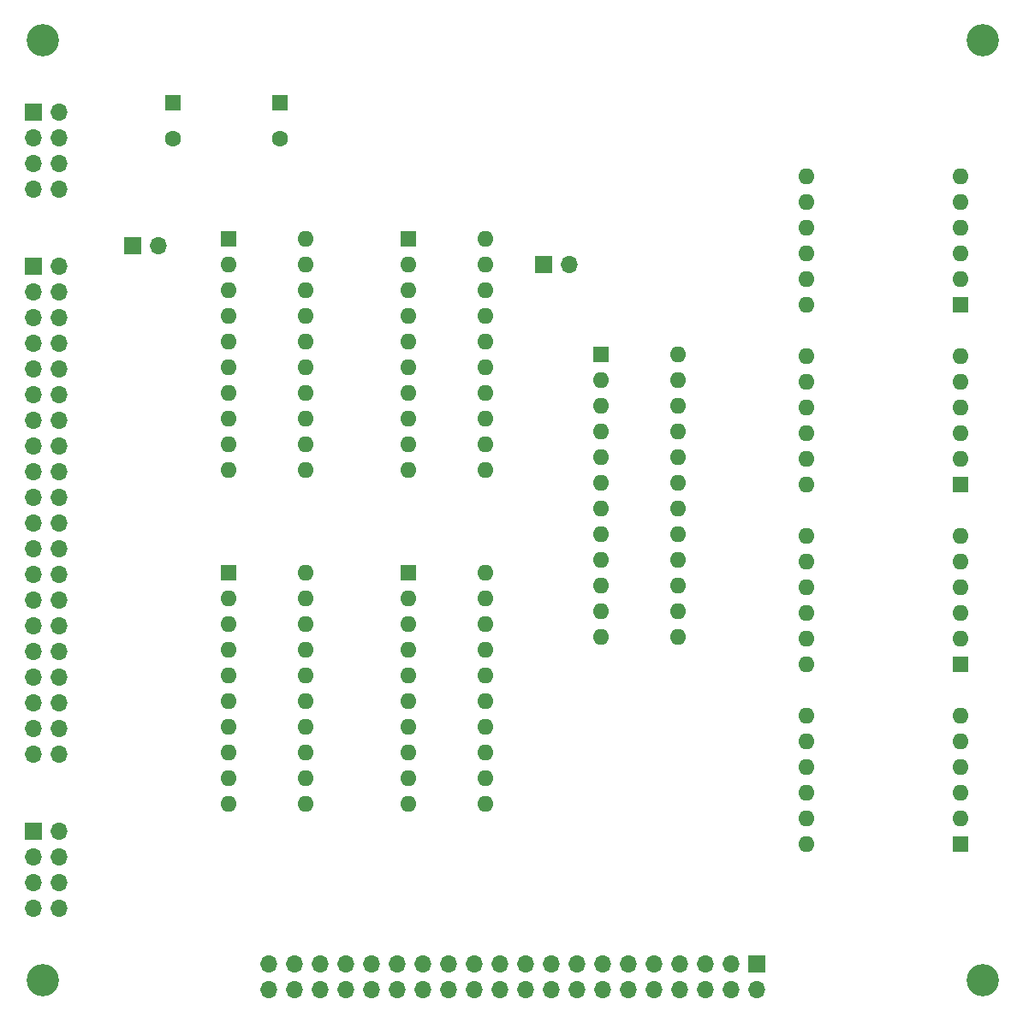
<source format=gbr>
%TF.GenerationSoftware,KiCad,Pcbnew,(5.1.9)-1*%
%TF.CreationDate,2021-06-06T15:03:33-04:00*%
%TF.ProjectId,main,6d61696e-2e6b-4696-9361-645f70636258,rev?*%
%TF.SameCoordinates,Original*%
%TF.FileFunction,Soldermask,Top*%
%TF.FilePolarity,Negative*%
%FSLAX46Y46*%
G04 Gerber Fmt 4.6, Leading zero omitted, Abs format (unit mm)*
G04 Created by KiCad (PCBNEW (5.1.9)-1) date 2021-06-06 15:03:33*
%MOMM*%
%LPD*%
G01*
G04 APERTURE LIST*
%ADD10O,1.700000X1.700000*%
%ADD11R,1.700000X1.700000*%
%ADD12R,1.600000X1.600000*%
%ADD13O,1.600000X1.600000*%
%ADD14C,3.200000*%
%ADD15C,1.600000*%
G04 APERTURE END LIST*
D10*
%TO.C,JP2*%
X34925000Y-43815000D03*
D11*
X32385000Y-43815000D03*
%TD*%
D10*
%TO.C,JP1*%
X75565000Y-45720000D03*
D11*
X73025000Y-45720000D03*
%TD*%
D12*
%TO.C,U9*%
X114300000Y-103030000D03*
D13*
X114300000Y-100490000D03*
X114300000Y-97950000D03*
X114300000Y-95410000D03*
X114300000Y-92870000D03*
X114300000Y-90330000D03*
X99060000Y-90330000D03*
X99060000Y-92870000D03*
X99060000Y-95410000D03*
X99060000Y-97950000D03*
X99060000Y-100490000D03*
X99060000Y-103030000D03*
%TD*%
D12*
%TO.C,U8*%
X114300000Y-85250000D03*
D13*
X114300000Y-82710000D03*
X114300000Y-80170000D03*
X114300000Y-77630000D03*
X114300000Y-75090000D03*
X114300000Y-72550000D03*
X99060000Y-72550000D03*
X99060000Y-75090000D03*
X99060000Y-77630000D03*
X99060000Y-80170000D03*
X99060000Y-82710000D03*
X99060000Y-85250000D03*
%TD*%
D12*
%TO.C,U7*%
X114300000Y-67470000D03*
D13*
X114300000Y-64930000D03*
X114300000Y-62390000D03*
X114300000Y-59850000D03*
X114300000Y-57310000D03*
X114300000Y-54770000D03*
X99060000Y-54770000D03*
X99060000Y-57310000D03*
X99060000Y-59850000D03*
X99060000Y-62390000D03*
X99060000Y-64930000D03*
X99060000Y-67470000D03*
%TD*%
D12*
%TO.C,U6*%
X114300000Y-49690000D03*
D13*
X114300000Y-47150000D03*
X114300000Y-44610000D03*
X114300000Y-42070000D03*
X114300000Y-39530000D03*
X114300000Y-36990000D03*
X99060000Y-36990000D03*
X99060000Y-39530000D03*
X99060000Y-42070000D03*
X99060000Y-44610000D03*
X99060000Y-47150000D03*
X99060000Y-49690000D03*
%TD*%
%TO.C,U3*%
X86360000Y-54610000D03*
X78740000Y-82550000D03*
X86360000Y-57150000D03*
X78740000Y-80010000D03*
X86360000Y-59690000D03*
X78740000Y-77470000D03*
X86360000Y-62230000D03*
X78740000Y-74930000D03*
X86360000Y-64770000D03*
X78740000Y-72390000D03*
X86360000Y-67310000D03*
X78740000Y-69850000D03*
X86360000Y-69850000D03*
X78740000Y-67310000D03*
X86360000Y-72390000D03*
X78740000Y-64770000D03*
X86360000Y-74930000D03*
X78740000Y-62230000D03*
X86360000Y-77470000D03*
X78740000Y-59690000D03*
X86360000Y-80010000D03*
X78740000Y-57150000D03*
X86360000Y-82550000D03*
D12*
X78740000Y-54610000D03*
%TD*%
D13*
%TO.C,U5*%
X49530000Y-43180000D03*
X41910000Y-66040000D03*
X49530000Y-45720000D03*
X41910000Y-63500000D03*
X49530000Y-48260000D03*
X41910000Y-60960000D03*
X49530000Y-50800000D03*
X41910000Y-58420000D03*
X49530000Y-53340000D03*
X41910000Y-55880000D03*
X49530000Y-55880000D03*
X41910000Y-53340000D03*
X49530000Y-58420000D03*
X41910000Y-50800000D03*
X49530000Y-60960000D03*
X41910000Y-48260000D03*
X49530000Y-63500000D03*
X41910000Y-45720000D03*
X49530000Y-66040000D03*
D12*
X41910000Y-43180000D03*
%TD*%
D13*
%TO.C,U4*%
X67310000Y-43180000D03*
X59690000Y-66040000D03*
X67310000Y-45720000D03*
X59690000Y-63500000D03*
X67310000Y-48260000D03*
X59690000Y-60960000D03*
X67310000Y-50800000D03*
X59690000Y-58420000D03*
X67310000Y-53340000D03*
X59690000Y-55880000D03*
X67310000Y-55880000D03*
X59690000Y-53340000D03*
X67310000Y-58420000D03*
X59690000Y-50800000D03*
X67310000Y-60960000D03*
X59690000Y-48260000D03*
X67310000Y-63500000D03*
X59690000Y-45720000D03*
X67310000Y-66040000D03*
D12*
X59690000Y-43180000D03*
%TD*%
D13*
%TO.C,U2*%
X67310000Y-76200000D03*
X59690000Y-99060000D03*
X67310000Y-78740000D03*
X59690000Y-96520000D03*
X67310000Y-81280000D03*
X59690000Y-93980000D03*
X67310000Y-83820000D03*
X59690000Y-91440000D03*
X67310000Y-86360000D03*
X59690000Y-88900000D03*
X67310000Y-88900000D03*
X59690000Y-86360000D03*
X67310000Y-91440000D03*
X59690000Y-83820000D03*
X67310000Y-93980000D03*
X59690000Y-81280000D03*
X67310000Y-96520000D03*
X59690000Y-78740000D03*
X67310000Y-99060000D03*
D12*
X59690000Y-76200000D03*
%TD*%
D13*
%TO.C,U1*%
X49530000Y-76200000D03*
X41910000Y-99060000D03*
X49530000Y-78740000D03*
X41910000Y-96520000D03*
X49530000Y-81280000D03*
X41910000Y-93980000D03*
X49530000Y-83820000D03*
X41910000Y-91440000D03*
X49530000Y-86360000D03*
X41910000Y-88900000D03*
X49530000Y-88900000D03*
X41910000Y-86360000D03*
X49530000Y-91440000D03*
X41910000Y-83820000D03*
X49530000Y-93980000D03*
X41910000Y-81280000D03*
X49530000Y-96520000D03*
X41910000Y-78740000D03*
X49530000Y-99060000D03*
D12*
X41910000Y-76200000D03*
%TD*%
D14*
%TO.C,M4*%
X23500000Y-116500000D03*
%TD*%
%TO.C,M3*%
X23500000Y-23500000D03*
%TD*%
%TO.C,M2*%
X116500000Y-116500000D03*
%TD*%
%TO.C,M1*%
X116500000Y-23500000D03*
%TD*%
D15*
%TO.C,C3*%
X36360000Y-33230000D03*
D12*
X36360000Y-29730000D03*
%TD*%
D15*
%TO.C,C8*%
X46930000Y-33230000D03*
D12*
X46930000Y-29730000D03*
%TD*%
D11*
%TO.C,J2*%
X22540000Y-30600000D03*
D10*
X25080000Y-30600000D03*
X22540000Y-33140000D03*
X25080000Y-33140000D03*
X22540000Y-35680000D03*
X25080000Y-35680000D03*
X22540000Y-38220000D03*
X25080000Y-38220000D03*
%TD*%
%TO.C,J1*%
X25080000Y-109400000D03*
X22540000Y-109400000D03*
X25080000Y-106860000D03*
X22540000Y-106860000D03*
X25080000Y-104320000D03*
X22540000Y-104320000D03*
X25080000Y-101780000D03*
D11*
X22540000Y-101780000D03*
%TD*%
D10*
%TO.C,J4*%
X45870000Y-117460000D03*
X45870000Y-114920000D03*
X48410000Y-117460000D03*
X48410000Y-114920000D03*
X50950000Y-117460000D03*
X50950000Y-114920000D03*
X53490000Y-117460000D03*
X53490000Y-114920000D03*
X56030000Y-117460000D03*
X56030000Y-114920000D03*
X58570000Y-117460000D03*
X58570000Y-114920000D03*
X61110000Y-117460000D03*
X61110000Y-114920000D03*
X63650000Y-117460000D03*
X63650000Y-114920000D03*
X66190000Y-117460000D03*
X66190000Y-114920000D03*
X68730000Y-117460000D03*
X68730000Y-114920000D03*
X71270000Y-117460000D03*
X71270000Y-114920000D03*
X73810000Y-117460000D03*
X73810000Y-114920000D03*
X76350000Y-117460000D03*
X76350000Y-114920000D03*
X78890000Y-117460000D03*
X78890000Y-114920000D03*
X81430000Y-117460000D03*
X81430000Y-114920000D03*
X83970000Y-117460000D03*
X83970000Y-114920000D03*
X86510000Y-117460000D03*
X86510000Y-114920000D03*
X89050000Y-117460000D03*
X89050000Y-114920000D03*
X91590000Y-117460000D03*
X91590000Y-114920000D03*
X94130000Y-117460000D03*
D11*
X94130000Y-114920000D03*
%TD*%
D10*
%TO.C,J3*%
X25080000Y-94130000D03*
X22540000Y-94130000D03*
X25080000Y-91590000D03*
X22540000Y-91590000D03*
X25080000Y-89050000D03*
X22540000Y-89050000D03*
X25080000Y-86510000D03*
X22540000Y-86510000D03*
X25080000Y-83970000D03*
X22540000Y-83970000D03*
X25080000Y-81430000D03*
X22540000Y-81430000D03*
X25080000Y-78890000D03*
X22540000Y-78890000D03*
X25080000Y-76350000D03*
X22540000Y-76350000D03*
X25080000Y-73810000D03*
X22540000Y-73810000D03*
X25080000Y-71270000D03*
X22540000Y-71270000D03*
X25080000Y-68730000D03*
X22540000Y-68730000D03*
X25080000Y-66190000D03*
X22540000Y-66190000D03*
X25080000Y-63650000D03*
X22540000Y-63650000D03*
X25080000Y-61110000D03*
X22540000Y-61110000D03*
X25080000Y-58570000D03*
X22540000Y-58570000D03*
X25080000Y-56030000D03*
X22540000Y-56030000D03*
X25080000Y-53490000D03*
X22540000Y-53490000D03*
X25080000Y-50950000D03*
X22540000Y-50950000D03*
X25080000Y-48410000D03*
X22540000Y-48410000D03*
X25080000Y-45870000D03*
D11*
X22540000Y-45870000D03*
%TD*%
M02*

</source>
